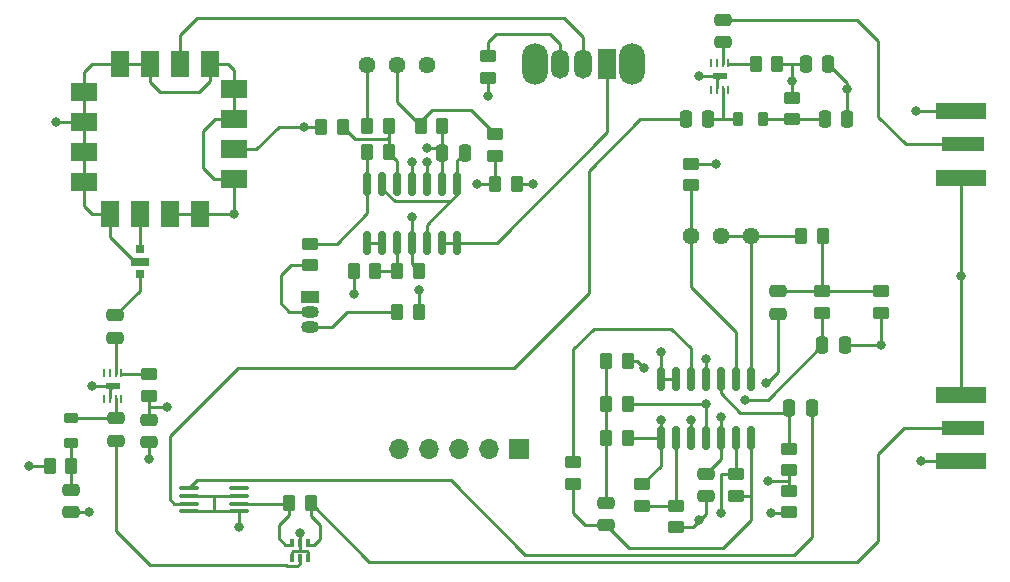
<source format=gbr>
%TF.GenerationSoftware,KiCad,Pcbnew,(6.0.9)*%
%TF.CreationDate,2022-11-20T11:02:21-05:00*%
%TF.ProjectId,RadarProject,52616461-7250-4726-9f6a-6563742e6b69,rev?*%
%TF.SameCoordinates,Original*%
%TF.FileFunction,Copper,L1,Top*%
%TF.FilePolarity,Positive*%
%FSLAX46Y46*%
G04 Gerber Fmt 4.6, Leading zero omitted, Abs format (unit mm)*
G04 Created by KiCad (PCBNEW (6.0.9)) date 2022-11-20 11:02:21*
%MOMM*%
%LPD*%
G01*
G04 APERTURE LIST*
G04 Aperture macros list*
%AMRoundRect*
0 Rectangle with rounded corners*
0 $1 Rounding radius*
0 $2 $3 $4 $5 $6 $7 $8 $9 X,Y pos of 4 corners*
0 Add a 4 corners polygon primitive as box body*
4,1,4,$2,$3,$4,$5,$6,$7,$8,$9,$2,$3,0*
0 Add four circle primitives for the rounded corners*
1,1,$1+$1,$2,$3*
1,1,$1+$1,$4,$5*
1,1,$1+$1,$6,$7*
1,1,$1+$1,$8,$9*
0 Add four rect primitives between the rounded corners*
20,1,$1+$1,$2,$3,$4,$5,0*
20,1,$1+$1,$4,$5,$6,$7,0*
20,1,$1+$1,$6,$7,$8,$9,0*
20,1,$1+$1,$8,$9,$2,$3,0*%
G04 Aperture macros list end*
%TA.AperFunction,SMDPad,CuDef*%
%ADD10R,0.410000X0.665000*%
%TD*%
%TA.AperFunction,SMDPad,CuDef*%
%ADD11R,0.410000X0.675000*%
%TD*%
%TA.AperFunction,SMDPad,CuDef*%
%ADD12R,0.250000X0.750000*%
%TD*%
%TA.AperFunction,SMDPad,CuDef*%
%ADD13R,1.200000X0.600000*%
%TD*%
%TA.AperFunction,SMDPad,CuDef*%
%ADD14RoundRect,0.250000X-0.250000X-0.475000X0.250000X-0.475000X0.250000X0.475000X-0.250000X0.475000X0*%
%TD*%
%TA.AperFunction,SMDPad,CuDef*%
%ADD15RoundRect,0.100000X0.712500X0.100000X-0.712500X0.100000X-0.712500X-0.100000X0.712500X-0.100000X0*%
%TD*%
%TA.AperFunction,SMDPad,CuDef*%
%ADD16RoundRect,0.150000X0.150000X-0.825000X0.150000X0.825000X-0.150000X0.825000X-0.150000X-0.825000X0*%
%TD*%
%TA.AperFunction,SMDPad,CuDef*%
%ADD17RoundRect,0.250000X-0.262500X-0.450000X0.262500X-0.450000X0.262500X0.450000X-0.262500X0.450000X0*%
%TD*%
%TA.AperFunction,SMDPad,CuDef*%
%ADD18RoundRect,0.250000X-0.450000X0.262500X-0.450000X-0.262500X0.450000X-0.262500X0.450000X0.262500X0*%
%TD*%
%TA.AperFunction,SMDPad,CuDef*%
%ADD19RoundRect,0.250000X-0.475000X0.250000X-0.475000X-0.250000X0.475000X-0.250000X0.475000X0.250000X0*%
%TD*%
%TA.AperFunction,SMDPad,CuDef*%
%ADD20RoundRect,0.250000X0.262500X0.450000X-0.262500X0.450000X-0.262500X-0.450000X0.262500X-0.450000X0*%
%TD*%
%TA.AperFunction,SMDPad,CuDef*%
%ADD21RoundRect,0.250000X0.450000X-0.262500X0.450000X0.262500X-0.450000X0.262500X-0.450000X-0.262500X0*%
%TD*%
%TA.AperFunction,SMDPad,CuDef*%
%ADD22RoundRect,0.250000X0.250000X0.475000X-0.250000X0.475000X-0.250000X-0.475000X0.250000X-0.475000X0*%
%TD*%
%TA.AperFunction,ComponentPad*%
%ADD23C,1.440000*%
%TD*%
%TA.AperFunction,ComponentPad*%
%ADD24R,1.500000X1.050000*%
%TD*%
%TA.AperFunction,ComponentPad*%
%ADD25O,1.500000X1.050000*%
%TD*%
%TA.AperFunction,SMDPad,CuDef*%
%ADD26R,3.600000X1.270000*%
%TD*%
%TA.AperFunction,SMDPad,CuDef*%
%ADD27R,4.200000X1.350000*%
%TD*%
%TA.AperFunction,ComponentPad*%
%ADD28R,1.700000X1.700000*%
%TD*%
%TA.AperFunction,ComponentPad*%
%ADD29O,1.700000X1.700000*%
%TD*%
%TA.AperFunction,SMDPad,CuDef*%
%ADD30RoundRect,0.150000X-0.150000X0.825000X-0.150000X-0.825000X0.150000X-0.825000X0.150000X0.825000X0*%
%TD*%
%TA.AperFunction,SMDPad,CuDef*%
%ADD31RoundRect,0.218750X0.218750X0.381250X-0.218750X0.381250X-0.218750X-0.381250X0.218750X-0.381250X0*%
%TD*%
%TA.AperFunction,SMDPad,CuDef*%
%ADD32RoundRect,0.218750X0.381250X-0.218750X0.381250X0.218750X-0.381250X0.218750X-0.381250X-0.218750X0*%
%TD*%
%TA.AperFunction,SMDPad,CuDef*%
%ADD33RoundRect,0.250000X0.475000X-0.250000X0.475000X0.250000X-0.475000X0.250000X-0.475000X-0.250000X0*%
%TD*%
%TA.AperFunction,SMDPad,CuDef*%
%ADD34R,1.524000X2.286000*%
%TD*%
%TA.AperFunction,SMDPad,CuDef*%
%ADD35R,2.286000X1.524000*%
%TD*%
%TA.AperFunction,SMDPad,CuDef*%
%ADD36R,0.762000X0.762000*%
%TD*%
%TA.AperFunction,SMDPad,CuDef*%
%ADD37R,1.520000X0.635000*%
%TD*%
%TA.AperFunction,ComponentPad*%
%ADD38O,2.200000X3.500000*%
%TD*%
%TA.AperFunction,ComponentPad*%
%ADD39R,1.500000X2.500000*%
%TD*%
%TA.AperFunction,ComponentPad*%
%ADD40O,1.500000X2.500000*%
%TD*%
%TA.AperFunction,ViaPad*%
%ADD41C,0.800000*%
%TD*%
%TA.AperFunction,Conductor*%
%ADD42C,0.250000*%
%TD*%
%TA.AperFunction,Conductor*%
%ADD43C,0.293000*%
%TD*%
G04 APERTURE END LIST*
D10*
%TO.P,U2,1,Gnd*%
%TO.N,Earth*%
X46682500Y-67548750D03*
%TO.P,U2,2,RF_in*%
%TO.N,Net-(C7-Pad2)*%
X46022500Y-67548750D03*
%TO.P,U2,3,Gnd*%
%TO.N,Earth*%
X45362500Y-67548750D03*
D11*
%TO.P,U2,4,RF_out*%
%TO.N,Net-(R3-Pad1)*%
X45362500Y-66218750D03*
%TO.P,U2,5,Gnd*%
%TO.N,Earth*%
X46022500Y-66218750D03*
%TO.P,U2,6,RF_out*%
%TO.N,Net-(J2-Pad1)*%
X46682500Y-66218750D03*
%TD*%
D12*
%TO.P,U3,1,V_bias*%
%TO.N,Net-(R1-Pad2)*%
X30915000Y-51845000D03*
%TO.P,U3,2,RF_in*%
%TO.N,Net-(C2-Pad2)*%
X30415000Y-51845000D03*
%TO.P,U3,3,N.C.*%
%TO.N,unconnected-(U3-Pad3)*%
X29915000Y-51845000D03*
%TO.P,U3,4,I.C.*%
%TO.N,unconnected-(U3-Pad4)*%
X29415000Y-51845000D03*
%TO.P,U3,5,I.C.*%
%TO.N,unconnected-(U3-Pad5)*%
X29415000Y-54095000D03*
%TO.P,U3,6,SHDN*%
%TO.N,Earth*%
X29915000Y-54095000D03*
%TO.P,U3,7,RF_out*%
%TO.N,Net-(C7-Pad1)*%
X30415000Y-54095000D03*
%TO.P,U3,8,I.C.*%
%TO.N,unconnected-(U3-Pad8)*%
X30915000Y-54095000D03*
D13*
%TO.P,U3,9,Gnd*%
%TO.N,Earth*%
X30165000Y-52970000D03*
%TD*%
D12*
%TO.P,U4,1,V_bias*%
%TO.N,Net-(R2-Pad2)*%
X82312500Y-25605000D03*
%TO.P,U4,2,RF_in*%
%TO.N,Net-(C4-Pad2)*%
X81812500Y-25605000D03*
%TO.P,U4,3,N.C.*%
%TO.N,unconnected-(U4-Pad3)*%
X81312500Y-25605000D03*
%TO.P,U4,4,I.C.*%
%TO.N,unconnected-(U4-Pad4)*%
X80812500Y-25605000D03*
%TO.P,U4,5,I.C.*%
%TO.N,unconnected-(U4-Pad5)*%
X80812500Y-27855000D03*
%TO.P,U4,6,SHDN*%
%TO.N,Earth*%
X81312500Y-27855000D03*
%TO.P,U4,7,RF_out*%
%TO.N,Net-(C8-Pad1)*%
X81812500Y-27855000D03*
%TO.P,U4,8,I.C.*%
%TO.N,unconnected-(U4-Pad8)*%
X82312500Y-27855000D03*
D13*
%TO.P,U4,9,Gnd*%
%TO.N,Earth*%
X81562500Y-26730000D03*
%TD*%
D14*
%TO.P,C11,1*%
%TO.N,Net-(C11-Pad1)*%
X58082500Y-33197500D03*
%TO.P,C11,2*%
%TO.N,Net-(C11-Pad2)*%
X59982500Y-33197500D03*
%TD*%
D15*
%TO.P,U6,1,GND*%
%TO.N,Earth*%
X40862500Y-63565000D03*
%TO.P,U6,2,LO*%
%TO.N,Net-(R3-Pad1)*%
X40862500Y-62915000D03*
%TO.P,U6,3,GND*%
%TO.N,Earth*%
X40862500Y-62265000D03*
%TO.P,U6,4,NC*%
%TO.N,unconnected-(U6-Pad4)*%
X40862500Y-61615000D03*
%TO.P,U6,5,IF*%
%TO.N,Net-(C9-Pad1)*%
X36637500Y-61615000D03*
%TO.P,U6,6,GND*%
%TO.N,Earth*%
X36637500Y-62265000D03*
%TO.P,U6,7,RF*%
%TO.N,Net-(C8-Pad2)*%
X36637500Y-62915000D03*
%TO.P,U6,8,GND*%
%TO.N,Earth*%
X36637500Y-63565000D03*
%TD*%
D16*
%TO.P,U8,1*%
%TO.N,Net-(C10-Pad1)*%
X76570000Y-57342500D03*
%TO.P,U8,2,-*%
%TO.N,Net-(R17-Pad2)*%
X77840000Y-57342500D03*
%TO.P,U8,3,+*%
%TO.N,Net-(C12-Pad1)*%
X79110000Y-57342500D03*
%TO.P,U8,4,V+*%
%TO.N,+5V*%
X80380000Y-57342500D03*
%TO.P,U8,5,+*%
%TO.N,Net-(C14-Pad1)*%
X81650000Y-57342500D03*
%TO.P,U8,6,-*%
%TO.N,Net-(R24-Pad2)*%
X82920000Y-57342500D03*
%TO.P,U8,7*%
%TO.N,Net-(C13-Pad1)*%
X84190000Y-57342500D03*
%TO.P,U8,8*%
%TO.N,Net-(R12-Pad1)*%
X84190000Y-52392500D03*
%TO.P,U8,9,-*%
%TO.N,Net-(R6-Pad2)*%
X82920000Y-52392500D03*
%TO.P,U8,10,+*%
%TO.N,Net-(C9-Pad2)*%
X81650000Y-52392500D03*
%TO.P,U8,11,V-*%
%TO.N,Earth*%
X80380000Y-52392500D03*
%TO.P,U8,12,+*%
%TO.N,Net-(R26-Pad2)*%
X79110000Y-52392500D03*
%TO.P,U8,13,-*%
%TO.N,Net-(J3-Pad3)*%
X77840000Y-52392500D03*
%TO.P,U8,14*%
X76570000Y-52392500D03*
%TD*%
D17*
%TO.P,R10,1*%
%TO.N,Net-(Q1-Pad3)*%
X54280000Y-46687500D03*
%TO.P,R10,2*%
%TO.N,Net-(C11-Pad1)*%
X56105000Y-46687500D03*
%TD*%
D18*
%TO.P,R31,1*%
%TO.N,Net-(R31-Pad1)*%
X61970000Y-25027500D03*
%TO.P,R31,2*%
%TO.N,Earth*%
X61970000Y-26852500D03*
%TD*%
D19*
%TO.P,C4,1*%
%TO.N,Net-(C4-Pad1)*%
X81817500Y-21960000D03*
%TO.P,C4,2*%
%TO.N,Net-(C4-Pad2)*%
X81817500Y-23860000D03*
%TD*%
D20*
%TO.P,R11,1*%
%TO.N,Earth*%
X64375000Y-35867500D03*
%TO.P,R11,2*%
%TO.N,Net-(R11-Pad2)*%
X62550000Y-35867500D03*
%TD*%
D21*
%TO.P,R26,1*%
%TO.N,Net-(C13-Pad1)*%
X69140000Y-61242500D03*
%TO.P,R26,2*%
%TO.N,Net-(R26-Pad2)*%
X69140000Y-59417500D03*
%TD*%
D19*
%TO.P,C2,1*%
%TO.N,Net-(C2-Pad1)*%
X30410000Y-46970000D03*
%TO.P,C2,2*%
%TO.N,Net-(C2-Pad2)*%
X30410000Y-48870000D03*
%TD*%
D18*
%TO.P,R9,1*%
%TO.N,Net-(R8-Pad1)*%
X62552500Y-31635000D03*
%TO.P,R9,2*%
%TO.N,Net-(R11-Pad2)*%
X62552500Y-33460000D03*
%TD*%
%TO.P,R6,1*%
%TO.N,+5V*%
X79110000Y-34145000D03*
%TO.P,R6,2*%
%TO.N,Net-(R6-Pad2)*%
X79110000Y-35970000D03*
%TD*%
D22*
%TO.P,C9,1*%
%TO.N,Net-(C9-Pad1)*%
X89360000Y-54827500D03*
%TO.P,C9,2*%
%TO.N,Net-(C9-Pad2)*%
X87460000Y-54827500D03*
%TD*%
D23*
%TO.P,RV1,1,1*%
%TO.N,+5V*%
X56810000Y-25797500D03*
%TO.P,RV1,2,2*%
%TO.N,Net-(R8-Pad1)*%
X54270000Y-25797500D03*
%TO.P,RV1,3,3*%
%TO.N,Earth*%
X51730000Y-25797500D03*
%TD*%
D18*
%TO.P,R14,1*%
%TO.N,Net-(C10-Pad2)*%
X90270000Y-44915000D03*
%TO.P,R14,2*%
%TO.N,Net-(C12-Pad1)*%
X90270000Y-46740000D03*
%TD*%
D17*
%TO.P,R33,1*%
%TO.N,Net-(R32-Pad2)*%
X54260000Y-43187500D03*
%TO.P,R33,2*%
%TO.N,Earth*%
X56085000Y-43187500D03*
%TD*%
D24*
%TO.P,Q1,1,E*%
%TO.N,Earth*%
X46902500Y-45420000D03*
D25*
%TO.P,Q1,2,C*%
%TO.N,Net-(Q1-Pad2)*%
X46902500Y-46690000D03*
%TO.P,Q1,3,B*%
%TO.N,Net-(Q1-Pad3)*%
X46902500Y-47960000D03*
%TD*%
D18*
%TO.P,R13,1*%
%TO.N,Net-(C10-Pad2)*%
X95190000Y-44935000D03*
%TO.P,R13,2*%
%TO.N,+5V*%
X95190000Y-46760000D03*
%TD*%
D19*
%TO.P,C14,1*%
%TO.N,Net-(C14-Pad1)*%
X80380000Y-60387500D03*
%TO.P,C14,2*%
%TO.N,+5V*%
X80380000Y-62287500D03*
%TD*%
D26*
%TO.P,J2,1,In*%
%TO.N,Net-(J2-Pad1)*%
X102200000Y-56500000D03*
D27*
%TO.P,J2,2,Ext*%
%TO.N,Net-(AE2-Pad2)*%
X102000000Y-59325000D03*
X102000000Y-53675000D03*
%TD*%
D26*
%TO.P,J1,1,In*%
%TO.N,Net-(C4-Pad1)*%
X102200000Y-32500000D03*
D27*
%TO.P,J1,2,Ext*%
%TO.N,Net-(AE1-Pad2)*%
X102000000Y-29675000D03*
X102000000Y-35325000D03*
%TD*%
D20*
%TO.P,R2,1*%
%TO.N,+5V*%
X86440000Y-25730000D03*
%TO.P,R2,2*%
%TO.N,Net-(R2-Pad2)*%
X84615000Y-25730000D03*
%TD*%
D17*
%TO.P,R12,1*%
%TO.N,Net-(R12-Pad1)*%
X88447500Y-40247500D03*
%TO.P,R12,2*%
%TO.N,Net-(C10-Pad2)*%
X90272500Y-40247500D03*
%TD*%
D18*
%TO.P,R24,1*%
%TO.N,+5V*%
X87470000Y-61837500D03*
%TO.P,R24,2*%
%TO.N,Net-(R24-Pad2)*%
X87470000Y-63662500D03*
%TD*%
D17*
%TO.P,R4,1*%
%TO.N,+5V*%
X24827500Y-59760000D03*
%TO.P,R4,2*%
%TO.N,Net-(C5-Pad2)*%
X26652500Y-59760000D03*
%TD*%
D28*
%TO.P,J3,1,Pin_1*%
%TO.N,Earth*%
X64570000Y-58320000D03*
D29*
%TO.P,J3,2,Pin_2*%
%TO.N,unconnected-(J3-Pad2)*%
X62030000Y-58320000D03*
%TO.P,J3,3,Pin_3*%
%TO.N,Net-(J3-Pad3)*%
X59490000Y-58320000D03*
%TO.P,J3,4,Pin_4*%
%TO.N,+5V*%
X56950000Y-58320000D03*
%TO.P,J3,5,Pin_5*%
%TO.N,Net-(J3-Pad5)*%
X54410000Y-58320000D03*
%TD*%
D22*
%TO.P,C6,1*%
%TO.N,Earth*%
X92357500Y-30370000D03*
%TO.P,C6,2*%
%TO.N,Net-(C6-Pad2)*%
X90457500Y-30370000D03*
%TD*%
D21*
%TO.P,R16,1*%
%TO.N,Net-(Q1-Pad2)*%
X46902500Y-42740000D03*
%TO.P,R16,2*%
%TO.N,Net-(R15-Pad2)*%
X46902500Y-40915000D03*
%TD*%
D30*
%TO.P,U7,1*%
%TO.N,Net-(C11-Pad2)*%
X59342500Y-35862500D03*
%TO.P,U7,2,-*%
%TO.N,Net-(C11-Pad1)*%
X58072500Y-35862500D03*
%TO.P,U7,3,+*%
%TO.N,Net-(R11-Pad2)*%
X56802500Y-35862500D03*
%TO.P,U7,4,V+*%
%TO.N,+5V*%
X55532500Y-35862500D03*
%TO.P,U7,5,+*%
%TO.N,Net-(R15-Pad1)*%
X54262500Y-35862500D03*
%TO.P,U7,6,-*%
%TO.N,Net-(C11-Pad2)*%
X52992500Y-35862500D03*
%TO.P,U7,7*%
%TO.N,Net-(R15-Pad2)*%
X51722500Y-35862500D03*
%TO.P,U7,8*%
%TO.N,Net-(U7-Pad8)*%
X51722500Y-40812500D03*
%TO.P,U7,9,-*%
X52992500Y-40812500D03*
%TO.P,U7,10,+*%
%TO.N,Net-(R32-Pad2)*%
X54262500Y-40812500D03*
%TO.P,U7,11,V-*%
%TO.N,Earth*%
X55532500Y-40812500D03*
%TO.P,U7,12,+*%
%TO.N,Net-(C11-Pad2)*%
X56802500Y-40812500D03*
%TO.P,U7,13,-*%
%TO.N,Net-(SW1-Pad1)*%
X58072500Y-40812500D03*
%TO.P,U7,14*%
X59342500Y-40812500D03*
%TD*%
D14*
%TO.P,C12,1*%
%TO.N,Net-(C12-Pad1)*%
X90270000Y-49507500D03*
%TO.P,C12,2*%
%TO.N,+5V*%
X92170000Y-49507500D03*
%TD*%
D20*
%TO.P,R15,1*%
%TO.N,Net-(R15-Pad1)*%
X53545000Y-33127500D03*
%TO.P,R15,2*%
%TO.N,Net-(R15-Pad2)*%
X51720000Y-33127500D03*
%TD*%
D17*
%TO.P,R18,1*%
%TO.N,+5V*%
X47840000Y-30987500D03*
%TO.P,R18,2*%
%TO.N,Net-(R15-Pad1)*%
X49665000Y-30987500D03*
%TD*%
%TO.P,R32,1*%
%TO.N,+5V*%
X50570000Y-43197500D03*
%TO.P,R32,2*%
%TO.N,Net-(R32-Pad2)*%
X52395000Y-43197500D03*
%TD*%
D19*
%TO.P,C7,1*%
%TO.N,Net-(C7-Pad1)*%
X30420000Y-55680000D03*
%TO.P,C7,2*%
%TO.N,Net-(C7-Pad2)*%
X30420000Y-57580000D03*
%TD*%
D21*
%TO.P,R17,1*%
%TO.N,+5V*%
X77840000Y-64910000D03*
%TO.P,R17,2*%
%TO.N,Net-(R17-Pad2)*%
X77840000Y-63085000D03*
%TD*%
%TO.P,R20,1*%
%TO.N,Net-(R17-Pad2)*%
X74990000Y-63090000D03*
%TO.P,R20,2*%
%TO.N,Net-(C10-Pad1)*%
X74990000Y-61265000D03*
%TD*%
D17*
%TO.P,R22,1*%
%TO.N,Net-(C13-Pad2)*%
X71957500Y-54487500D03*
%TO.P,R22,2*%
%TO.N,+5V*%
X73782500Y-54487500D03*
%TD*%
D21*
%TO.P,R7,1*%
%TO.N,+5V*%
X87460000Y-60070000D03*
%TO.P,R7,2*%
%TO.N,Net-(C9-Pad2)*%
X87460000Y-58245000D03*
%TD*%
D31*
%TO.P,L2,1,1*%
%TO.N,Net-(C6-Pad2)*%
X85210000Y-30380000D03*
%TO.P,L2,2,2*%
%TO.N,Net-(C8-Pad1)*%
X83085000Y-30380000D03*
%TD*%
D22*
%TO.P,C3,1*%
%TO.N,Earth*%
X90747500Y-25730000D03*
%TO.P,C3,2*%
%TO.N,+5V*%
X88847500Y-25730000D03*
%TD*%
D21*
%TO.P,R1,1*%
%TO.N,+5V*%
X33270000Y-53792500D03*
%TO.P,R1,2*%
%TO.N,Net-(R1-Pad2)*%
X33270000Y-51967500D03*
%TD*%
D32*
%TO.P,L1,1,1*%
%TO.N,Net-(C5-Pad2)*%
X26660000Y-57802500D03*
%TO.P,L1,2,2*%
%TO.N,Net-(C7-Pad1)*%
X26660000Y-55677500D03*
%TD*%
D23*
%TO.P,RV2,1,1*%
%TO.N,Net-(R6-Pad2)*%
X79110000Y-40247500D03*
%TO.P,RV2,2,2*%
%TO.N,Net-(R12-Pad1)*%
X81650000Y-40247500D03*
%TO.P,RV2,3,3*%
X84190000Y-40247500D03*
%TD*%
D17*
%TO.P,R8,1*%
%TO.N,Net-(R8-Pad1)*%
X56270000Y-30917500D03*
%TO.P,R8,2*%
%TO.N,Net-(C11-Pad1)*%
X58095000Y-30917500D03*
%TD*%
D18*
%TO.P,R25,1*%
%TO.N,Net-(R24-Pad2)*%
X82920000Y-60425000D03*
%TO.P,R25,2*%
%TO.N,Net-(C13-Pad1)*%
X82920000Y-62250000D03*
%TD*%
D33*
%TO.P,C10,1*%
%TO.N,Net-(C10-Pad1)*%
X86480000Y-46817500D03*
%TO.P,C10,2*%
%TO.N,Net-(C10-Pad2)*%
X86480000Y-44917500D03*
%TD*%
D34*
%TO.P,U5,1,Gnd*%
%TO.N,Earth*%
X38440000Y-25680000D03*
%TO.P,U5,2,Vt*%
%TO.N,Net-(J3-Pad5)*%
X35900000Y-25680000D03*
%TO.P,U5,3,Gnd*%
%TO.N,Earth*%
X33360000Y-25680000D03*
%TO.P,U5,4,Gnd*%
X30820000Y-25680000D03*
D35*
%TO.P,U5,5,Gnd*%
X27770000Y-28090000D03*
%TO.P,U5,6,Gnd*%
X27770000Y-30630000D03*
%TO.P,U5,7,Gnd*%
X27770000Y-33170000D03*
%TO.P,U5,8*%
X27770000Y-35710000D03*
D34*
%TO.P,U5,9,Gnd*%
X29940000Y-38380000D03*
%TO.P,U5,10,RF_Out*%
%TO.N,Net-(U1-Pad1)*%
X32480000Y-38380000D03*
%TO.P,U5,11,Gnd*%
%TO.N,Earth*%
X35020000Y-38380000D03*
%TO.P,U5,12,Gnd*%
X37560000Y-38380000D03*
D35*
%TO.P,U5,13,Gnd*%
X40470000Y-35460000D03*
%TO.P,U5,14,Vcc*%
%TO.N,+5V*%
X40470000Y-32920000D03*
%TO.P,U5,15,Gnd*%
%TO.N,Earth*%
X40470000Y-30380000D03*
%TO.P,U5,16,Gnd*%
X40470000Y-27840000D03*
%TD*%
D17*
%TO.P,R19,1*%
%TO.N,Earth*%
X51717500Y-30957500D03*
%TO.P,R19,2*%
%TO.N,Net-(R15-Pad1)*%
X53542500Y-30957500D03*
%TD*%
%TO.P,R23,1*%
%TO.N,Net-(C13-Pad2)*%
X71977500Y-50797500D03*
%TO.P,R23,2*%
%TO.N,Net-(C14-Pad1)*%
X73802500Y-50797500D03*
%TD*%
D22*
%TO.P,C8,1*%
%TO.N,Net-(C8-Pad1)*%
X80607500Y-30380000D03*
%TO.P,C8,2*%
%TO.N,Net-(C8-Pad2)*%
X78707500Y-30380000D03*
%TD*%
D36*
%TO.P,U1,1,RF_in*%
%TO.N,Net-(U1-Pad1)*%
X32480000Y-41370000D03*
D37*
%TO.P,U1,2,Gnd*%
%TO.N,Earth*%
X32480000Y-42420000D03*
D36*
%TO.P,U1,3,RF_out*%
%TO.N,Net-(C2-Pad1)*%
X32480000Y-43480000D03*
%TD*%
D33*
%TO.P,C5,1*%
%TO.N,Earth*%
X26660000Y-63620000D03*
%TO.P,C5,2*%
%TO.N,Net-(C5-Pad2)*%
X26660000Y-61720000D03*
%TD*%
D38*
%TO.P,SW1,*%
%TO.N,*%
X65930000Y-25710000D03*
X74130000Y-25710000D03*
D39*
%TO.P,SW1,1,A*%
%TO.N,Net-(SW1-Pad1)*%
X72030000Y-25710000D03*
D40*
%TO.P,SW1,2,B*%
%TO.N,Net-(J3-Pad5)*%
X70030000Y-25710000D03*
%TO.P,SW1,3,C*%
%TO.N,Net-(R31-Pad1)*%
X68030000Y-25710000D03*
%TD*%
D33*
%TO.P,C13,1*%
%TO.N,Net-(C13-Pad1)*%
X71950000Y-64737500D03*
%TO.P,C13,2*%
%TO.N,Net-(C13-Pad2)*%
X71950000Y-62837500D03*
%TD*%
%TO.P,C1,1*%
%TO.N,Earth*%
X33260000Y-57700000D03*
%TO.P,C1,2*%
%TO.N,+5V*%
X33260000Y-55800000D03*
%TD*%
D18*
%TO.P,R5,1*%
%TO.N,+5V*%
X87657500Y-28547500D03*
%TO.P,R5,2*%
%TO.N,Net-(C6-Pad2)*%
X87657500Y-30372500D03*
%TD*%
D17*
%TO.P,R3,1*%
%TO.N,Net-(R3-Pad1)*%
X45110000Y-62901250D03*
%TO.P,R3,2*%
%TO.N,Net-(J2-Pad1)*%
X46935000Y-62901250D03*
%TD*%
D20*
%TO.P,R21,1*%
%TO.N,Net-(C10-Pad1)*%
X73792500Y-57337500D03*
%TO.P,R21,2*%
%TO.N,Net-(C13-Pad2)*%
X71967500Y-57337500D03*
%TD*%
D41*
%TO.N,Net-(J3-Pad3)*%
X76570000Y-50080000D03*
%TO.N,Earth*%
X61970000Y-28420000D03*
X28460000Y-52970000D03*
X33270000Y-59170000D03*
X92357500Y-27830000D03*
X40860000Y-64920000D03*
X98190000Y-29680000D03*
X102000000Y-43680000D03*
X40470000Y-38380000D03*
X46020000Y-65380000D03*
X65720000Y-35870000D03*
X25360000Y-30620000D03*
X80380000Y-50670000D03*
X55550000Y-38680000D03*
X28210000Y-63620000D03*
X98580000Y-59320000D03*
X79777500Y-26730000D03*
%TO.N,+5V*%
X80380000Y-54480000D03*
X55530000Y-34000000D03*
X50570000Y-45170000D03*
X85620000Y-60970000D03*
X81240000Y-34140000D03*
X95190000Y-49500000D03*
X46390000Y-31000000D03*
X87657500Y-27090000D03*
X34790000Y-54760000D03*
X23070000Y-59760000D03*
X79840000Y-64330000D03*
%TO.N,Net-(C10-Pad1)*%
X76570000Y-55847500D03*
X85530000Y-52687500D03*
%TO.N,Net-(C12-Pad1)*%
X79110000Y-55837500D03*
X83710000Y-54097500D03*
%TO.N,Net-(C14-Pad1)*%
X75180000Y-51397500D03*
X81650000Y-55597500D03*
%TO.N,Net-(R24-Pad2)*%
X85950000Y-63677500D03*
X81680000Y-63667500D03*
%TO.N,Net-(C11-Pad1)*%
X56790000Y-32820000D03*
X56077500Y-44832500D03*
%TO.N,Net-(R11-Pad2)*%
X61032500Y-35867500D03*
X56802500Y-33997500D03*
%TD*%
D42*
%TO.N,Earth*%
X33260000Y-57700000D02*
X33260000Y-59160000D01*
X33260000Y-59160000D02*
X33270000Y-59170000D01*
D43*
%TO.N,Net-(C7-Pad2)*%
X30420000Y-57580000D02*
X30420000Y-65220000D01*
X30420000Y-65220000D02*
X33320000Y-68120000D01*
X33320000Y-68120000D02*
X44811000Y-68120000D01*
X44811000Y-68120000D02*
X44918750Y-68227750D01*
X45812250Y-68227750D02*
X46022500Y-68017500D01*
X44918750Y-68227750D02*
X45812250Y-68227750D01*
X46022500Y-68017500D02*
X46022500Y-67381250D01*
D42*
%TO.N,Net-(J3-Pad3)*%
X76570000Y-50080000D02*
X76570000Y-52392500D01*
%TO.N,Net-(R26-Pad2)*%
X69140000Y-59417500D02*
X69140000Y-49850000D01*
X69140000Y-49850000D02*
X70900000Y-48090000D01*
X70900000Y-48090000D02*
X77470000Y-48090000D01*
X77470000Y-48090000D02*
X79110000Y-49730000D01*
X79110000Y-49730000D02*
X79110000Y-52392500D01*
%TO.N,Net-(C13-Pad1)*%
X69140000Y-63680000D02*
X70200000Y-64740000D01*
X69140000Y-61242500D02*
X69140000Y-63680000D01*
X70200000Y-64740000D02*
X71947500Y-64740000D01*
X71947500Y-64740000D02*
X71950000Y-64737500D01*
%TO.N,Earth*%
X38440000Y-25680000D02*
X39940000Y-25680000D01*
D43*
X28460000Y-52970000D02*
X30165000Y-52970000D01*
D42*
X29940000Y-40322500D02*
X29940000Y-38380000D01*
X27760000Y-30620000D02*
X27770000Y-30630000D01*
X46597500Y-66881250D02*
X45947500Y-66881250D01*
D43*
X92357500Y-27830000D02*
X92357500Y-30370000D01*
X51730000Y-30945000D02*
X51730000Y-25797500D01*
D42*
X45362500Y-66966250D02*
X45447500Y-66881250D01*
X46020000Y-65380000D02*
X46020000Y-66388750D01*
X25360000Y-30620000D02*
X27760000Y-30620000D01*
D43*
X29915000Y-53970000D02*
X29915000Y-53220000D01*
D42*
X33360000Y-25680000D02*
X33360000Y-27230000D01*
X27770000Y-35710000D02*
X27770000Y-33170000D01*
X46682500Y-66966250D02*
X46597500Y-66881250D01*
D43*
X55550000Y-38680000D02*
X55550000Y-40795000D01*
D42*
X46020000Y-66388750D02*
X46022500Y-66391250D01*
X40470000Y-27840000D02*
X40470000Y-30380000D01*
X65720000Y-35870000D02*
X64377500Y-35870000D01*
X38770000Y-35460000D02*
X37820000Y-34510000D01*
X56070000Y-43202500D02*
X56085000Y-43187500D01*
X28460000Y-38380000D02*
X27770000Y-37690000D01*
X45447500Y-66881250D02*
X45947500Y-66881250D01*
X27770000Y-37690000D02*
X27770000Y-35710000D01*
D43*
X92357500Y-27830000D02*
X92357500Y-27340000D01*
D42*
X27770000Y-28090000D02*
X27770000Y-30630000D01*
X34220000Y-28090000D02*
X37500000Y-28090000D01*
X46682500Y-67381250D02*
X46682500Y-66966250D01*
X39940000Y-25680000D02*
X40470000Y-26210000D01*
D43*
X80380000Y-50670000D02*
X80380000Y-52392500D01*
X36637500Y-62265000D02*
X38785000Y-62265000D01*
X38785000Y-62265000D02*
X40862500Y-62265000D01*
D42*
X51717500Y-30957500D02*
X51730000Y-30945000D01*
X64377500Y-35870000D02*
X64375000Y-35867500D01*
D43*
X81312500Y-27730000D02*
X81312500Y-26980000D01*
D42*
X64560000Y-58310000D02*
X64570000Y-58320000D01*
X38440000Y-27150000D02*
X38440000Y-25680000D01*
X32480000Y-42420000D02*
X32037500Y-42420000D01*
X37560000Y-38380000D02*
X35020000Y-38380000D01*
X46022500Y-66612500D02*
X46022500Y-66391250D01*
X40470000Y-26210000D02*
X40470000Y-27840000D01*
D43*
X55532500Y-40812500D02*
X55532500Y-42635000D01*
X36637500Y-63565000D02*
X38785000Y-63565000D01*
D42*
X27770000Y-26340000D02*
X28430000Y-25680000D01*
X79777500Y-26730000D02*
X79812500Y-26730000D01*
X61970000Y-26852500D02*
X61970000Y-28420000D01*
D43*
X38785000Y-63565000D02*
X40862500Y-63565000D01*
D42*
X28210000Y-63620000D02*
X26660000Y-63620000D01*
X55550000Y-40795000D02*
X55532500Y-40812500D01*
X81312500Y-26980000D02*
X81562500Y-26730000D01*
D43*
X55532500Y-42635000D02*
X56085000Y-43187500D01*
D42*
X40470000Y-38380000D02*
X40470000Y-35460000D01*
X37500000Y-28090000D02*
X38440000Y-27150000D01*
X28430000Y-25680000D02*
X30820000Y-25680000D01*
D43*
X38785000Y-62265000D02*
X38785000Y-63565000D01*
D42*
X37820000Y-34510000D02*
X37820000Y-31370000D01*
X45362500Y-67381250D02*
X45362500Y-66966250D01*
X32037500Y-42420000D02*
X29940000Y-40322500D01*
X33360000Y-27230000D02*
X34220000Y-28090000D01*
X64375000Y-35867500D02*
X64370000Y-35872500D01*
X29915000Y-53220000D02*
X30165000Y-52970000D01*
X27770000Y-33170000D02*
X27770000Y-30630000D01*
D43*
X40862500Y-63565000D02*
X40862500Y-64917500D01*
D42*
X40470000Y-35460000D02*
X38770000Y-35460000D01*
X45947500Y-66881250D02*
X46022500Y-66806250D01*
D43*
X92357500Y-27340000D02*
X90747500Y-25730000D01*
D42*
X38810000Y-30380000D02*
X40470000Y-30380000D01*
X46022500Y-66806250D02*
X46022500Y-66391250D01*
X29940000Y-38380000D02*
X28460000Y-38380000D01*
D43*
X79777500Y-26730000D02*
X81562500Y-26730000D01*
D42*
X40862500Y-64917500D02*
X40860000Y-64920000D01*
X30820000Y-25680000D02*
X33360000Y-25680000D01*
X40470000Y-38380000D02*
X37560000Y-38380000D01*
X37820000Y-31370000D02*
X38810000Y-30380000D01*
X27770000Y-28090000D02*
X27770000Y-26340000D01*
%TO.N,+5V*%
X92177500Y-49500000D02*
X92170000Y-49507500D01*
D43*
X87657500Y-27090000D02*
X87657500Y-25740000D01*
X86440000Y-25730000D02*
X87647500Y-25730000D01*
X87657500Y-27090000D02*
X87657500Y-28567500D01*
D42*
X73790000Y-54480000D02*
X73782500Y-54487500D01*
X55530000Y-35860000D02*
X55532500Y-35862500D01*
X46380000Y-30990000D02*
X46390000Y-31000000D01*
D43*
X80380000Y-63807500D02*
X79277500Y-64910000D01*
D42*
X40470000Y-32920000D02*
X42290000Y-32920000D01*
D43*
X33270000Y-53792500D02*
X33270000Y-54850000D01*
D42*
X81240000Y-34140000D02*
X79115000Y-34140000D01*
D43*
X87470000Y-60970000D02*
X87470000Y-61837500D01*
D42*
X87460000Y-60960000D02*
X87470000Y-60970000D01*
D43*
X80380000Y-54480000D02*
X73790000Y-54480000D01*
D42*
X33360000Y-54760000D02*
X33270000Y-54850000D01*
D43*
X80380000Y-57342500D02*
X80380000Y-54480000D01*
D42*
X87657500Y-25740000D02*
X87647500Y-25730000D01*
D43*
X85620000Y-60970000D02*
X87470000Y-60970000D01*
X79277500Y-64910000D02*
X77840000Y-64910000D01*
X34790000Y-54760000D02*
X33360000Y-54760000D01*
X95190000Y-49500000D02*
X95190000Y-46760000D01*
X46390000Y-31000000D02*
X47827500Y-31000000D01*
X80380000Y-62287500D02*
X80380000Y-63807500D01*
D42*
X33270000Y-55790000D02*
X33260000Y-55800000D01*
X44220000Y-30990000D02*
X46380000Y-30990000D01*
D43*
X87647500Y-25730000D02*
X88847500Y-25730000D01*
X95190000Y-49500000D02*
X92177500Y-49500000D01*
X23070000Y-59760000D02*
X24827500Y-59760000D01*
X33270000Y-54850000D02*
X33270000Y-55790000D01*
X87460000Y-60070000D02*
X87460000Y-60960000D01*
D42*
X79115000Y-34140000D02*
X79110000Y-34145000D01*
X42290000Y-32920000D02*
X44220000Y-30990000D01*
D43*
X50570000Y-45170000D02*
X50570000Y-43197500D01*
X55530000Y-34000000D02*
X55530000Y-35860000D01*
D42*
X47827500Y-31000000D02*
X47840000Y-30987500D01*
D43*
%TO.N,Net-(C2-Pad1)*%
X32480000Y-44900000D02*
X30410000Y-46970000D01*
X32480000Y-43480000D02*
X32480000Y-44900000D01*
%TO.N,Net-(C2-Pad2)*%
X30415000Y-51970000D02*
X30415000Y-48875000D01*
D42*
X30415000Y-48875000D02*
X30410000Y-48870000D01*
D43*
%TO.N,Net-(C4-Pad1)*%
X81817500Y-21960000D02*
X93220000Y-21960000D01*
X95010000Y-30170000D02*
X97340000Y-32500000D01*
X97340000Y-32500000D02*
X102000000Y-32500000D01*
X95010000Y-23750000D02*
X95010000Y-30170000D01*
X93220000Y-21960000D02*
X95010000Y-23750000D01*
D42*
%TO.N,Net-(C4-Pad2)*%
X81812500Y-23865000D02*
X81817500Y-23860000D01*
D43*
X81812500Y-25730000D02*
X81812500Y-23865000D01*
%TO.N,Net-(C5-Pad2)*%
X26660000Y-57802500D02*
X26660000Y-59752500D01*
D42*
X26652500Y-61712500D02*
X26660000Y-61720000D01*
D43*
X26652500Y-59760000D02*
X26652500Y-61712500D01*
D42*
X26660000Y-59752500D02*
X26652500Y-59760000D01*
%TO.N,Net-(C6-Pad2)*%
X87660000Y-30370000D02*
X87657500Y-30372500D01*
D43*
X85210000Y-30380000D02*
X87650000Y-30380000D01*
D42*
X87650000Y-30380000D02*
X87657500Y-30372500D01*
D43*
X90457500Y-30370000D02*
X87660000Y-30370000D01*
D42*
%TO.N,Net-(C7-Pad1)*%
X30415000Y-55675000D02*
X30420000Y-55680000D01*
D43*
X30415000Y-53970000D02*
X30415000Y-55675000D01*
D42*
X30417500Y-55677500D02*
X30420000Y-55680000D01*
D43*
X26660000Y-55677500D02*
X30417500Y-55677500D01*
%TO.N,Net-(C8-Pad1)*%
X81817500Y-30380000D02*
X80607500Y-30380000D01*
X83085000Y-30380000D02*
X81817500Y-30380000D01*
X81812500Y-27730000D02*
X81812500Y-30375000D01*
D42*
X81817500Y-30380000D02*
X81812500Y-30375000D01*
D43*
%TO.N,Net-(C8-Pad2)*%
X70500000Y-45050000D02*
X70500000Y-34710000D01*
X74830000Y-30380000D02*
X78707500Y-30380000D01*
X40790000Y-51390000D02*
X64160000Y-51390000D01*
X35000000Y-62530000D02*
X35000000Y-57180000D01*
X70500000Y-34710000D02*
X74830000Y-30380000D01*
X35385000Y-62915000D02*
X35000000Y-62530000D01*
X64160000Y-51390000D02*
X70500000Y-45050000D01*
X36637500Y-62915000D02*
X35385000Y-62915000D01*
X35000000Y-57180000D02*
X40790000Y-51390000D01*
%TO.N,Net-(C9-Pad1)*%
X89370000Y-65740000D02*
X89370000Y-54837500D01*
X58780000Y-60950000D02*
X65080000Y-67250000D01*
D42*
X89370000Y-54837500D02*
X89360000Y-54827500D01*
D43*
X37302500Y-60950000D02*
X58780000Y-60950000D01*
X36637500Y-61615000D02*
X37302500Y-60950000D01*
X65080000Y-67250000D02*
X87860000Y-67250000D01*
X87860000Y-67250000D02*
X89370000Y-65740000D01*
%TO.N,Net-(C9-Pad2)*%
X87460000Y-54827500D02*
X87047500Y-55240000D01*
X87460000Y-54827500D02*
X87460000Y-58245000D01*
X83322500Y-55240000D02*
X81650000Y-53567500D01*
X87047500Y-55240000D02*
X83322500Y-55240000D01*
X81650000Y-53567500D02*
X81650000Y-52392500D01*
D42*
%TO.N,Net-(C10-Pad1)*%
X76570000Y-55847500D02*
X76570000Y-57342500D01*
D43*
X73792500Y-57337500D02*
X76565000Y-57337500D01*
X76570000Y-59685000D02*
X76570000Y-57342500D01*
X86480000Y-51767500D02*
X85550000Y-52697500D01*
D42*
X76565000Y-57337500D02*
X76570000Y-57342500D01*
D43*
X86480000Y-46817500D02*
X86480000Y-51767500D01*
X74990000Y-61265000D02*
X76570000Y-59685000D01*
%TO.N,Net-(C10-Pad2)*%
X86480000Y-44917500D02*
X90267500Y-44917500D01*
D42*
X95170000Y-44915000D02*
X95190000Y-44935000D01*
D43*
X90270000Y-44915000D02*
X90270000Y-40250000D01*
D42*
X90267500Y-44917500D02*
X90270000Y-44915000D01*
X90270000Y-40250000D02*
X90272500Y-40247500D01*
D43*
X90270000Y-44915000D02*
X95170000Y-44915000D01*
%TO.N,Net-(C11-Pad2)*%
X54052843Y-37330000D02*
X52992500Y-36269657D01*
X59342500Y-36757500D02*
X58770000Y-37330000D01*
X58770000Y-37330000D02*
X54052843Y-37330000D01*
D42*
X52992500Y-36239251D02*
X52992500Y-35862500D01*
D43*
X59342500Y-33837500D02*
X59982500Y-33197500D01*
X59342500Y-36239251D02*
X59342500Y-36757500D01*
X59342500Y-35862500D02*
X59342500Y-33837500D01*
D42*
X59342500Y-35862500D02*
X59342500Y-36239251D01*
D43*
X52992500Y-36269657D02*
X52992500Y-36239251D01*
X56802500Y-40812500D02*
X56802500Y-39297500D01*
X56802500Y-39297500D02*
X58770000Y-37330000D01*
%TO.N,Net-(C12-Pad1)*%
X90270000Y-49507500D02*
X85680000Y-54097500D01*
X85680000Y-54097500D02*
X83710000Y-54097500D01*
X90270000Y-46740000D02*
X90270000Y-49507500D01*
X79110000Y-55837500D02*
X79110000Y-57342500D01*
%TO.N,Net-(C13-Pad1)*%
X71950000Y-64737500D02*
X73890000Y-66677500D01*
X84190000Y-64317500D02*
X84190000Y-62237500D01*
X84190000Y-62237500D02*
X84190000Y-57342500D01*
X82920000Y-62250000D02*
X84177500Y-62250000D01*
X73890000Y-66677500D02*
X81830000Y-66677500D01*
D42*
X84177500Y-62250000D02*
X84190000Y-62237500D01*
D43*
X81830000Y-66677500D02*
X84190000Y-64317500D01*
D42*
%TO.N,Net-(C13-Pad2)*%
X71967500Y-54497500D02*
X71957500Y-54487500D01*
X71950000Y-57355000D02*
X71967500Y-57337500D01*
D43*
X71967500Y-57337500D02*
X71967500Y-54497500D01*
X71950000Y-62837500D02*
X71950000Y-57355000D01*
D42*
X71957500Y-50817500D02*
X71977500Y-50797500D01*
D43*
X71957500Y-54487500D02*
X71957500Y-50817500D01*
%TO.N,Net-(C14-Pad1)*%
X73802500Y-50797500D02*
X74580000Y-50797500D01*
X81650000Y-55597500D02*
X81650000Y-57342500D01*
X80380000Y-60387500D02*
X81650000Y-59117500D01*
X74580000Y-50797500D02*
X75180000Y-51397500D01*
X81650000Y-59117500D02*
X81650000Y-57342500D01*
D42*
%TO.N,Net-(AE1-Pad2)*%
X98195000Y-29675000D02*
X102000000Y-29675000D01*
X98190000Y-29680000D02*
X98195000Y-29675000D01*
D43*
%TO.N,Net-(J2-Pad1)*%
X47730000Y-64760000D02*
X47730000Y-65910000D01*
X51913750Y-67880000D02*
X46935000Y-62901250D01*
X47730000Y-65910000D02*
X47248750Y-66391250D01*
X102000000Y-56500000D02*
X97200000Y-56500000D01*
X93200000Y-67880000D02*
X51913750Y-67880000D01*
X46935000Y-62901250D02*
X46935000Y-63965000D01*
X46935000Y-63965000D02*
X47730000Y-64760000D01*
X97200000Y-56500000D02*
X95000000Y-58700000D01*
X95000000Y-61130000D02*
X95000000Y-66080000D01*
X47248750Y-66391250D02*
X46682500Y-66391250D01*
X95000000Y-66080000D02*
X93200000Y-67880000D01*
X95000000Y-58700000D02*
X95000000Y-61130000D01*
D42*
%TO.N,Net-(AE2-Pad2)*%
X98585000Y-59325000D02*
X102000000Y-59325000D01*
%TO.N,Net-(AE1-Pad2)*%
X102000000Y-53675000D02*
X102000000Y-43680000D01*
X102000000Y-43680000D02*
X102000000Y-35325000D01*
%TO.N,Net-(AE2-Pad2)*%
X98580000Y-59320000D02*
X98585000Y-59325000D01*
D43*
%TO.N,Net-(R1-Pad2)*%
X30915000Y-51970000D02*
X32892500Y-51970000D01*
D42*
X32892500Y-51970000D02*
X32895000Y-51967500D01*
D43*
%TO.N,Net-(R2-Pad2)*%
X84615000Y-25730000D02*
X82312500Y-25730000D01*
%TO.N,Net-(R6-Pad2)*%
X82920000Y-48367500D02*
X82920000Y-52392500D01*
D42*
X79110000Y-40247500D02*
X79110000Y-35970000D01*
D43*
X79110000Y-40247500D02*
X79110000Y-44557500D01*
X79110000Y-44557500D02*
X82920000Y-48367500D01*
%TO.N,Net-(R12-Pad1)*%
X88447500Y-40247500D02*
X84190000Y-40247500D01*
D42*
X81650000Y-40247500D02*
X84190000Y-40247500D01*
D43*
X84190000Y-40247500D02*
X84190000Y-52392500D01*
%TO.N,Net-(J3-Pad5)*%
X37320000Y-21800000D02*
X68410000Y-21800000D01*
X68410000Y-21800000D02*
X70030000Y-23420000D01*
X35900000Y-25680000D02*
X35900000Y-23220000D01*
X35900000Y-23220000D02*
X37320000Y-21800000D01*
X70030000Y-23420000D02*
X70030000Y-24740000D01*
D42*
X70030000Y-25710000D02*
X70030000Y-24740000D01*
D43*
%TO.N,Net-(R17-Pad2)*%
X77840000Y-63085000D02*
X77840000Y-57342500D01*
D42*
X74980000Y-63105000D02*
X75000000Y-63085000D01*
D43*
X75000000Y-63085000D02*
X77840000Y-63085000D01*
%TO.N,Net-(R24-Pad2)*%
X81680000Y-60427500D02*
X81680000Y-63667500D01*
X82920000Y-60425000D02*
X82920000Y-59077500D01*
X82920000Y-59077500D02*
X82920000Y-57342500D01*
X82920000Y-60425000D02*
X81682500Y-60425000D01*
X85950000Y-63677500D02*
X87447500Y-63677500D01*
D42*
X87447500Y-63677500D02*
X87450000Y-63675000D01*
X81682500Y-60425000D02*
X81680000Y-60427500D01*
D43*
%TO.N,Net-(U1-Pad1)*%
X32480000Y-41370000D02*
X32480000Y-38380000D01*
%TO.N,Net-(J3-Pad3)*%
X77840000Y-52392500D02*
X76570000Y-52392500D01*
%TO.N,Net-(R3-Pad1)*%
X44260000Y-65860000D02*
X44791250Y-66391250D01*
X40862500Y-62915000D02*
X44875000Y-62915000D01*
X45110000Y-63910000D02*
X44260000Y-64760000D01*
X45110000Y-62901250D02*
X45110000Y-63910000D01*
X44260000Y-64760000D02*
X44260000Y-65860000D01*
X44791250Y-66391250D02*
X45362500Y-66391250D01*
D42*
X44875000Y-62915000D02*
X44880000Y-62920000D01*
%TO.N,Net-(R31-Pad1)*%
X67200000Y-23150000D02*
X62640000Y-23150000D01*
X68030000Y-23980000D02*
X67200000Y-23150000D01*
X61970000Y-23820000D02*
X61970000Y-25027500D01*
X68030000Y-25710000D02*
X68030000Y-23980000D01*
X62640000Y-23150000D02*
X61970000Y-23820000D01*
D43*
%TO.N,Net-(C11-Pad1)*%
X58095000Y-30917500D02*
X58095000Y-33185000D01*
D42*
X58082500Y-35852500D02*
X58072500Y-35862500D01*
X58095000Y-33185000D02*
X58082500Y-33197500D01*
X57705000Y-32820000D02*
X58082500Y-33197500D01*
D43*
X56077500Y-44832500D02*
X56077500Y-46660000D01*
D42*
X56077500Y-46660000D02*
X56105000Y-46687500D01*
D43*
X58082500Y-33197500D02*
X58082500Y-35852500D01*
D42*
X56790000Y-32820000D02*
X57705000Y-32820000D01*
%TO.N,Net-(Q1-Pad3)*%
X54277500Y-46690000D02*
X54280000Y-46687500D01*
X50047500Y-46687500D02*
X48775000Y-47960000D01*
X50047500Y-46687500D02*
X54280000Y-46687500D01*
X48775000Y-47960000D02*
X46902500Y-47960000D01*
%TO.N,Net-(Q1-Pad2)*%
X45140000Y-46690000D02*
X46902500Y-46690000D01*
X44410000Y-43560000D02*
X44410000Y-45960000D01*
X46902500Y-42740000D02*
X45230000Y-42740000D01*
X45230000Y-42740000D02*
X44410000Y-43560000D01*
X44410000Y-45960000D02*
X45140000Y-46690000D01*
D43*
%TO.N,Net-(R8-Pad1)*%
X57192500Y-29607500D02*
X56270000Y-30530000D01*
X56270000Y-30917500D02*
X54272500Y-28920000D01*
X54272500Y-28920000D02*
X54272500Y-25797500D01*
D42*
X56270000Y-30530000D02*
X56270000Y-30917500D01*
D43*
X60525000Y-29607500D02*
X57192500Y-29607500D01*
X62552500Y-31635000D02*
X60525000Y-29607500D01*
D42*
%TO.N,Net-(R11-Pad2)*%
X62552500Y-35865000D02*
X62550000Y-35867500D01*
D43*
X62550000Y-35867500D02*
X61032500Y-35867500D01*
X56802500Y-33997500D02*
X56802500Y-35862500D01*
X62552500Y-33460000D02*
X62552500Y-35865000D01*
%TO.N,Net-(R15-Pad1)*%
X53542500Y-30957500D02*
X53542500Y-31937500D01*
X54262500Y-35862500D02*
X54262500Y-33935000D01*
D42*
X53497500Y-31982500D02*
X53542500Y-31937500D01*
X53542500Y-33215000D02*
X53545000Y-33217500D01*
D43*
X50717500Y-32040000D02*
X53440000Y-32040000D01*
X49665000Y-30987500D02*
X50717500Y-32040000D01*
X54262500Y-33935000D02*
X53545000Y-33217500D01*
X53440000Y-32040000D02*
X53497500Y-31982500D01*
X53542500Y-31937500D02*
X53542500Y-33215000D01*
%TO.N,Net-(R15-Pad2)*%
X49125000Y-40915000D02*
X51732500Y-38307500D01*
X46902500Y-40915000D02*
X49125000Y-40915000D01*
X51722500Y-35862500D02*
X51722500Y-33220000D01*
D42*
X51732500Y-35872500D02*
X51722500Y-35862500D01*
D43*
X51732500Y-38307500D02*
X51732500Y-35872500D01*
D42*
X51722500Y-33220000D02*
X51720000Y-33217500D01*
%TO.N,Net-(R32-Pad2)*%
X52405000Y-43187500D02*
X52395000Y-43197500D01*
D43*
X54260000Y-43187500D02*
X52405000Y-43187500D01*
X54262500Y-40812500D02*
X54262500Y-43185000D01*
D42*
X54262500Y-43185000D02*
X54260000Y-43187500D01*
D43*
%TO.N,Net-(U7-Pad8)*%
X51722500Y-40812500D02*
X52992500Y-40812500D01*
D42*
%TO.N,Net-(SW1-Pad1)*%
X62687500Y-40812500D02*
X59342500Y-40812500D01*
X72030000Y-31470000D02*
X62687500Y-40812500D01*
X72030000Y-25710000D02*
X72030000Y-31470000D01*
D43*
X58072500Y-40812500D02*
X59342500Y-40812500D01*
%TD*%
M02*

</source>
